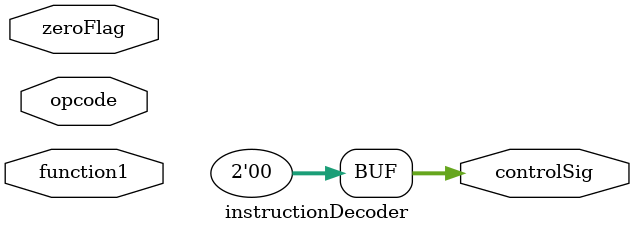
<source format=v>
`define BNE  6'b000101
`define BEQ  6'b000100
`define JAL  6'b000011
`define J    6'b000010
`define JR   6'b000000
`define JR_f 6'b001000  //R Type

module instructionDecoder
(
  input zeroFlag,
  input opcode,
  input function1,
  output reg[1:0] controlSig
);
always @(opcode)
  if (opcode == `BEQ || opcode == `BNE) begin controlSig = 2'd2;  end
  else if (opcode == `JAL || opcode == `J) begin  controlSig = 2'd1; end
  else if (opcode == `JR && function1 == `JR_f) begin controlSig = 2'd3; end
  else begin controlSig = 2'd0; end
endmodule

</source>
